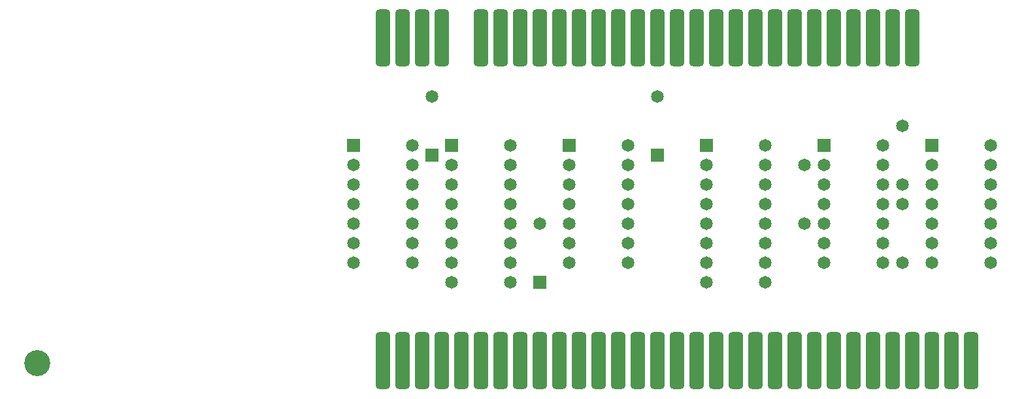
<source format=gbs>
G04*
G04  File:            NEMOBUSTODIVIDE-V1.2.GBS, Thu Sep 18 12:30:47 2025*
G04  Source:          P-CAD 2006 PCB, Version 19.02.958, (D:\PCAD-2006\Projects\Pentagon-4096\Hardware\NemoBusToDivIDE-v1.2.PCB)*
G04  Format:          Gerber Format (RS-274-D), ASCII*
G04*
G04  Format Options:  Absolute Positioning*
G04                   Leading-Zero Suppression*
G04                   Scale Factor 1:1*
G04                   NO Circular Interpolation*
G04                   Inch Units*
G04                   Numeric Format: 4.4 (XXXX.XXXX)*
G04                   G54 NOT Used for Aperture Change*
G04                   Apertures Embedded*
G04*
G04  File Options:    Offset = (0.0mil,0.0mil)*
G04                   Drill Symbol Size = 80.0mil*
G04                   No Pad/Via Holes*
G04*
G04  File Contents:   Pads*
G04                   No Vias*
G04                   No Designators*
G04                   No Types*
G04                   No Values*
G04                   No Drill Symbols*
G04                   Bot Mask*
G04*
%INNEMOBUSTODIVIDE-V1.2.GBS*%
%ICAS*%
%MOIN*%
G04*
G04  Aperture MACROs for general use --- invoked via D-code assignment *
G04*
G04  General MACRO for flashed round with rotation and/or offset hole *
%AMROTOFFROUND*
1,1,$1,0.0000,0.0000*
1,0,$2,$3,$4*%
G04*
G04  General MACRO for flashed oval (obround) with rotation and/or offset hole *
%AMROTOFFOVAL*
21,1,$1,$2,0.0000,0.0000,$3*
1,1,$4,$5,$6*
1,1,$4,0-$5,0-$6*
1,0,$7,$8,$9*%
G04*
G04  General MACRO for flashed oval (obround) with rotation and no hole *
%AMROTOVALNOHOLE*
21,1,$1,$2,0.0000,0.0000,$3*
1,1,$4,$5,$6*
1,1,$4,0-$5,0-$6*%
G04*
G04  General MACRO for flashed rectangle with rotation and/or offset hole *
%AMROTOFFRECT*
21,1,$1,$2,0.0000,0.0000,$3*
1,0,$4,$5,$6*%
G04*
G04  General MACRO for flashed rectangle with rotation and no hole *
%AMROTRECTNOHOLE*
21,1,$1,$2,0.0000,0.0000,$3*%
G04*
G04  General MACRO for flashed rounded-rectangle *
%AMROUNDRECT*
21,1,$1,$2-$4,0.0000,0.0000,$3*
21,1,$1-$4,$2,0.0000,0.0000,$3*
1,1,$4,$5,$6*
1,1,$4,$7,$8*
1,1,$4,0-$5,0-$6*
1,1,$4,0-$7,0-$8*
1,0,$9,$10,$11*%
G04*
G04  General MACRO for flashed rounded-rectangle with rotation and no hole *
%AMROUNDRECTNOHOLE*
21,1,$1,$2-$4,0.0000,0.0000,$3*
21,1,$1-$4,$2,0.0000,0.0000,$3*
1,1,$4,$5,$6*
1,1,$4,$7,$8*
1,1,$4,0-$5,0-$6*
1,1,$4,0-$7,0-$8*%
G04*
G04  General MACRO for flashed regular polygon *
%AMREGPOLY*
5,1,$1,0.0000,0.0000,$2,$3+$4*
1,0,$5,$6,$7*%
G04*
G04  General MACRO for flashed regular polygon with no hole *
%AMREGPOLYNOHOLE*
5,1,$1,0.0000,0.0000,$2,$3+$4*%
G04*
G04  General MACRO for target *
%AMTARGET*
6,0,0,$1,$2,$3,4,$4,$5,$6*%
G04*
G04  General MACRO for mounting hole *
%AMMTHOLE*
1,1,$1,0,0*
1,0,$2,0,0*
$1=$1-$2*
$1=$1/2*
21,1,$2+$1,$3,0,0,$4*
21,1,$3,$2+$1,0,0,$4*%
G04*
G04*
G04  D10 : "Ellipse X10.0mil Y10.0mil H0.0mil 0.0deg (0.0mil,0.0mil) Draw"*
G04  Disc: OuterDia=0.0100*
%ADD10C, 0.0100*%
G04  D11 : "Ellipse X30.7mil Y30.7mil H0.0mil 0.0deg (0.0mil,0.0mil) Draw"*
G04  Disc: OuterDia=0.0307*
%ADD11C, 0.0307*%
G04  D12 : "Ellipse X40.0mil Y40.0mil H0.0mil 0.0deg (0.0mil,0.0mil) Draw"*
G04  Disc: OuterDia=0.0400*
%ADD12C, 0.0400*%
G04  D13 : "Ellipse X5.0mil Y5.0mil H0.0mil 0.0deg (0.0mil,0.0mil) Draw"*
G04  Disc: OuterDia=0.0050*
%ADD13C, 0.0050*%
G04  D14 : "Ellipse X6.0mil Y6.0mil H0.0mil 0.0deg (0.0mil,0.0mil) Draw"*
G04  Disc: OuterDia=0.0060*
%ADD14C, 0.0060*%
G04  D15 : "Ellipse X7.0mil Y7.0mil H0.0mil 0.0deg (0.0mil,0.0mil) Draw"*
G04  Disc: OuterDia=0.0070*
%ADD15C, 0.0070*%
G04  D16 : "Ellipse X9.8mil Y9.8mil H0.0mil 0.0deg (0.0mil,0.0mil) Draw"*
G04  Disc: OuterDia=0.0098*
%ADD16C, 0.0098*%
G04  D17 : "Ellipse X133.0mil Y133.0mil H0.0mil 0.0deg (0.0mil,0.0mil) Flash"*
G04  Disc: OuterDia=0.1330*
%ADD17C, 0.1330*%
G04  D18 : "Ellipse X50.0mil Y50.0mil H0.0mil 0.0deg (0.0mil,0.0mil) Flash"*
G04  Disc: OuterDia=0.0500*
%ADD18C, 0.0500*%
G04  D19 : "Ellipse X65.0mil Y65.0mil H0.0mil 0.0deg (0.0mil,0.0mil) Flash"*
G04  Disc: OuterDia=0.0650*
%ADD19C, 0.0650*%
G04  D20 : "Mounting Hole X118.0mil Y118.0mil H0.0mil 0.0deg (0.0mil,0.0mil) Flash"*
G04  Mounting Hole: Diameter=0.1180, Rotation=0.0, LineWidth=0.0050 *
%ADD20MTHOLE, 0.1180 X0.0980 X0.0050 X0.0*%
G04  D21 : "Rounded Rectangle X61.5mil Y275.6mil H0.0mil 0.0deg (0.0mil,0.0mil) Flash"*
G04  RoundRct: DimX=0.0615, DimY=0.2756, CornerRad=0.0154, Rotation=0.0, OffsetX=0.0000, OffsetY=0.0000, HoleDia=0.0000 *
%ADD21ROUNDRECTNOHOLE, 0.0615 X0.2756 X0.0 X0.0308 X-0.0154 X-0.1224 X-0.0154 X0.1224*%
G04  D22 : "Rounded Rectangle X76.5mil Y290.6mil H0.0mil 0.0deg (0.0mil,0.0mil) Flash"*
G04  RoundRct: DimX=0.0765, DimY=0.2906, CornerRad=0.0191, Rotation=0.0, OffsetX=0.0000, OffsetY=0.0000, HoleDia=0.0000 *
%ADD22ROUNDRECTNOHOLE, 0.0765 X0.2906 X0.0 X0.0382 X-0.0191 X-0.1262 X-0.0191 X0.1262*%
G04  D23 : "Rectangle X50.0mil Y50.0mil H0.0mil 0.0deg (0.0mil,0.0mil) Flash"*
G04  Square: Side=0.0500, Rotation=0.0, OffsetX=0.0000, OffsetY=0.0000, HoleDia=0.0000*
%ADD23R, 0.0500 X0.0500*%
G04  D24 : "Rectangle X65.0mil Y65.0mil H0.0mil 0.0deg (0.0mil,0.0mil) Flash"*
G04  Square: Side=0.0650, Rotation=0.0, OffsetX=0.0000, OffsetY=0.0000, HoleDia=0.0000*
%ADD24R, 0.0650 X0.0650*%
G04  D25 : "Ellipse X30.0mil Y30.0mil H0.0mil 0.0deg (0.0mil,0.0mil) Flash"*
G04  Disc: OuterDia=0.0300*
%ADD25C, 0.0300*%
G04  D26 : "Ellipse X45.0mil Y45.0mil H0.0mil 0.0deg (0.0mil,0.0mil) Flash"*
G04  Disc: OuterDia=0.0450*
%ADD26C, 0.0450*%
G04*
%FSLAX44Y44*%
%SFA1B1*%
%OFA0.0000B0.0000*%
G04*
G70*
G90*
G01*
D2*
%LNBot Mask*%
D17*
X34375Y38375D3*
D19*
X73500Y45500D3*
Y48500D3*
X78500Y43500D3*
Y46500D3*
Y47500D3*
Y50500D3*
X58500Y42500D3*
X55500D3*
D24*
X60000D3*
D19*
Y45500D3*
X50500D3*
Y44500D3*
Y47500D3*
Y48500D3*
X53500Y44500D3*
Y45500D3*
Y48500D3*
Y47500D3*
X50500Y46500D3*
Y43500D3*
D24*
Y49500D3*
D19*
X53500Y43500D3*
Y46500D3*
Y49500D3*
X55500Y45500D3*
Y44500D3*
Y47500D3*
Y48500D3*
X58500Y44500D3*
Y45500D3*
Y48500D3*
Y47500D3*
X55500Y46500D3*
Y43500D3*
D24*
Y49500D3*
D19*
X58500Y43500D3*
Y46500D3*
Y49500D3*
D24*
X54500Y49000D3*
D19*
Y52000D3*
X68500Y42500D3*
Y45500D3*
Y44500D3*
Y47500D3*
Y48500D3*
X71500Y42500D3*
Y44500D3*
Y45500D3*
Y48500D3*
Y47500D3*
X68500Y46500D3*
Y43500D3*
D24*
Y49500D3*
D19*
X71500Y43500D3*
Y46500D3*
Y49500D3*
D24*
X66000Y49000D3*
D19*
Y52000D3*
X74500Y45500D3*
Y44500D3*
Y47500D3*
Y48500D3*
X77500Y44500D3*
Y45500D3*
Y48500D3*
Y47500D3*
X74500Y46500D3*
Y43500D3*
D24*
Y49500D3*
D19*
X77500Y43500D3*
Y46500D3*
Y49500D3*
X80000Y45500D3*
Y44500D3*
Y47500D3*
Y48500D3*
X83000Y44500D3*
Y45500D3*
Y48500D3*
Y47500D3*
X80000Y46500D3*
Y43500D3*
D24*
Y49500D3*
D19*
X83000Y43500D3*
Y46500D3*
Y49500D3*
X61500Y45500D3*
Y44500D3*
Y47500D3*
Y48500D3*
X64500Y44500D3*
Y45500D3*
Y48500D3*
Y47500D3*
X61500Y46500D3*
Y43500D3*
D24*
Y49500D3*
D19*
X64500Y43500D3*
Y46500D3*
Y49500D3*
D22*
X78000Y55000D3*
X79000D3*
X75000D3*
X76000D3*
X77000D3*
X72000D3*
X73000D3*
X74000D3*
X69000D3*
X70000D3*
X71000D3*
X66000D3*
X67000D3*
X68000D3*
X63000D3*
X64000D3*
X65000D3*
X60000D3*
X61000D3*
X62000D3*
X57000D3*
X58000D3*
X59000D3*
X54000D3*
X55000D3*
X52000D3*
X53000D3*
X52000Y38500D3*
X54000D3*
X55000D3*
X57000D3*
X58000D3*
X60000D3*
X61000D3*
X63000D3*
X64000D3*
X66000D3*
X67000D3*
X69000D3*
X70000D3*
X72000D3*
X73000D3*
X75000D3*
X76000D3*
X78000D3*
X79000D3*
X81000D3*
X82000D3*
X53000D3*
X56000D3*
X59000D3*
X62000D3*
X65000D3*
X68000D3*
X71000D3*
X74000D3*
X77000D3*
X80000D3*
D02M02*

</source>
